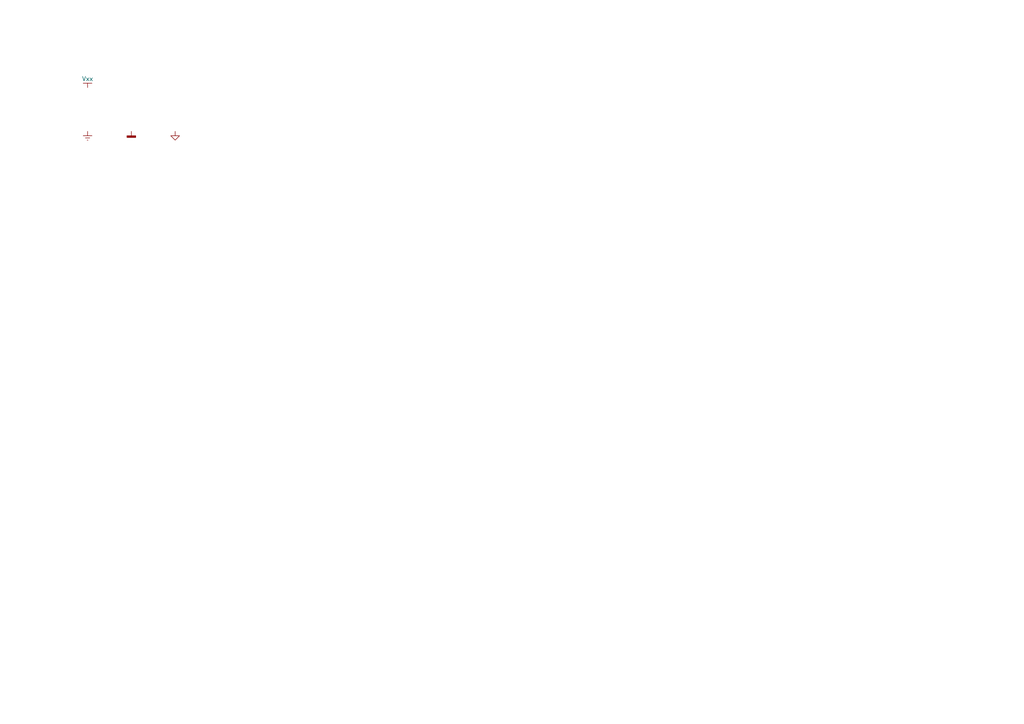
<source format=kicad_sch>
(kicad_sch
	(version 20250114)
	(generator "eeschema")
	(generator_version "9.0")
	(uuid "e63e39d7-6ac0-4ffd-8aa3-1841a4541b55")
	(paper "A4")
	(title_block
		(title "Power symbols")
		(date "2025-05-24")
		(rev "1")
		(comment 1 "-")
		(comment 2 "-")
	)
	(lib_symbols
		(symbol "lily_symbols:Earth"
			(power)
			(pin_numbers
				(hide yes)
			)
			(pin_names
				(offset 0)
				(hide yes)
			)
			(exclude_from_sim no)
			(in_bom yes)
			(on_board yes)
			(property "Reference" "#PWR"
				(at 0 -10.16 0)
				(effects
					(font
						(size 1.27 1.27)
					)
					(hide yes)
				)
			)
			(property "Value" "Earth"
				(at 0 -7.62 0)
				(effects
					(font
						(size 1.27 1.27)
					)
					(hide yes)
				)
			)
			(property "Footprint" ""
				(at 0 0 0)
				(effects
					(font
						(size 1.27 1.27)
					)
					(hide yes)
				)
			)
			(property "Datasheet" ""
				(at 0 0 0)
				(effects
					(font
						(size 1.27 1.27)
					)
					(hide yes)
				)
			)
			(property "Description" ""
				(at 0 0 0)
				(effects
					(font
						(size 1.27 1.27)
					)
					(hide yes)
				)
			)
			(property "Revision" "1"
				(at 0 -5.08 0)
				(effects
					(font
						(size 1.27 1.27)
					)
					(hide yes)
				)
			)
			(symbol "Earth_0_1"
				(polyline
					(pts
						(xy -0.635 -1.905) (xy 0.635 -1.905)
					)
					(stroke
						(width 0)
						(type default)
					)
					(fill
						(type none)
					)
				)
				(polyline
					(pts
						(xy -0.127 -2.54) (xy 0.127 -2.54)
					)
					(stroke
						(width 0)
						(type default)
					)
					(fill
						(type none)
					)
				)
				(polyline
					(pts
						(xy 1.27 -1.27) (xy -1.27 -1.27)
					)
					(stroke
						(width 0)
						(type default)
					)
					(fill
						(type none)
					)
				)
			)
			(symbol "Earth_1_1"
				(pin power_in line
					(at 0 0 270)
					(length 1.27)
					(name "~"
						(effects
							(font
								(size 1.27 1.27)
							)
						)
					)
					(number "1"
						(effects
							(font
								(size 1.27 1.27)
							)
						)
					)
				)
			)
			(embedded_fonts no)
		)
		(symbol "lily_symbols:GND"
			(power)
			(pin_numbers
				(hide yes)
			)
			(pin_names
				(offset 0)
				(hide yes)
			)
			(exclude_from_sim no)
			(in_bom no)
			(on_board yes)
			(property "Reference" "#PWR"
				(at 0 -10.16 0)
				(effects
					(font
						(size 1.27 1.27)
					)
					(hide yes)
				)
			)
			(property "Value" "GND"
				(at 0 -7.62 0)
				(effects
					(font
						(size 1.27 1.27)
					)
					(hide yes)
				)
			)
			(property "Footprint" ""
				(at 0 0 0)
				(effects
					(font
						(size 1.27 1.27)
					)
					(hide yes)
				)
			)
			(property "Datasheet" ""
				(at 0 0 0)
				(effects
					(font
						(size 1.27 1.27)
					)
					(hide yes)
				)
			)
			(property "Description" ""
				(at 0 0 0)
				(effects
					(font
						(size 1.27 1.27)
					)
					(hide yes)
				)
			)
			(property "Revision" "1"
				(at 0 -5.08 0)
				(effects
					(font
						(size 1.27 1.27)
					)
					(hide yes)
				)
			)
			(symbol "GND_1_1"
				(rectangle
					(start -1.27 -1.27)
					(end 1.27 -1.778)
					(stroke
						(width 0)
						(type default)
					)
					(fill
						(type outline)
					)
				)
				(pin power_in line
					(at 0 0 270)
					(length 1.27)
					(name "GND"
						(effects
							(font
								(size 1.27 1.27)
							)
						)
					)
					(number "1"
						(effects
							(font
								(size 1.27 1.27)
							)
						)
					)
				)
			)
			(embedded_fonts no)
		)
		(symbol "lily_symbols:GNDA"
			(power)
			(pin_numbers
				(hide yes)
			)
			(pin_names
				(offset 0)
				(hide yes)
			)
			(exclude_from_sim no)
			(in_bom no)
			(on_board yes)
			(property "Reference" "#PWR"
				(at 0 -10.16 0)
				(effects
					(font
						(size 1.27 1.27)
					)
					(hide yes)
				)
			)
			(property "Value" "GNDA"
				(at 0 -7.62 0)
				(effects
					(font
						(size 1.27 1.27)
					)
					(hide yes)
				)
			)
			(property "Footprint" ""
				(at 0 0 0)
				(effects
					(font
						(size 1.27 1.27)
					)
					(hide yes)
				)
			)
			(property "Datasheet" ""
				(at 0 0 0)
				(effects
					(font
						(size 1.27 1.27)
					)
					(hide yes)
				)
			)
			(property "Description" ""
				(at 0 0 0)
				(effects
					(font
						(size 1.27 1.27)
					)
					(hide yes)
				)
			)
			(property "Revision" "1"
				(at 0 -5.08 0)
				(effects
					(font
						(size 1.27 1.27)
					)
					(hide yes)
				)
			)
			(symbol "GNDA_0_1"
				(polyline
					(pts
						(xy 0 -1.27) (xy 0 -1.27) (xy 1.27 -1.27) (xy 0 -2.54) (xy -1.27 -1.27) (xy 0 -1.27)
					)
					(stroke
						(width 0)
						(type default)
					)
					(fill
						(type none)
					)
				)
			)
			(symbol "GNDA_1_1"
				(pin power_in line
					(at 0 0 270)
					(length 1.27)
					(name "~"
						(effects
							(font
								(size 1.27 1.27)
							)
						)
					)
					(number "1"
						(effects
							(font
								(size 1.27 1.27)
							)
						)
					)
				)
			)
			(embedded_fonts no)
		)
		(symbol "lily_symbols:Vxx"
			(power)
			(pin_numbers
				(hide yes)
			)
			(pin_names
				(offset 0)
				(hide yes)
			)
			(exclude_from_sim no)
			(in_bom no)
			(on_board yes)
			(property "Reference" "#PWR"
				(at 0 -15.24 0)
				(effects
					(font
						(size 1.27 1.27)
					)
					(hide yes)
				)
			)
			(property "Value" "Vxx"
				(at 0 2.54 0)
				(effects
					(font
						(size 1.27 1.27)
					)
				)
			)
			(property "Footprint" ""
				(at 0 0 0)
				(effects
					(font
						(size 1.27 1.27)
					)
					(hide yes)
				)
			)
			(property "Datasheet" ""
				(at 0 0 0)
				(effects
					(font
						(size 1.27 1.27)
					)
					(hide yes)
				)
			)
			(property "Description" ""
				(at 0 0 0)
				(effects
					(font
						(size 1.27 1.27)
					)
					(hide yes)
				)
			)
			(property "Revision" "1"
				(at 0 -12.7 0)
				(effects
					(font
						(size 1.27 1.27)
					)
					(hide yes)
				)
			)
			(symbol "Vxx_0_1"
				(polyline
					(pts
						(xy -1.27 1.27) (xy 1.27 1.27)
					)
					(stroke
						(width 0)
						(type default)
					)
					(fill
						(type none)
					)
				)
			)
			(symbol "Vxx_1_1"
				(pin power_in line
					(at 0 0 90)
					(length 1.27)
					(name "GND"
						(effects
							(font
								(size 1.27 1.27)
							)
						)
					)
					(number "1"
						(effects
							(font
								(size 1.27 1.27)
							)
						)
					)
				)
			)
			(embedded_fonts no)
		)
	)
	(symbol
		(lib_id "lily_symbols:Earth")
		(at 25.4 38.1 0)
		(unit 1)
		(exclude_from_sim no)
		(in_bom yes)
		(on_board yes)
		(dnp no)
		(uuid "4e240f65-66bc-49b6-a48c-b6475abcf29d")
		(property "Reference" "#PWR01002"
			(at 25.4 48.26 0)
			(effects
				(font
					(size 1.27 1.27)
				)
				(hide yes)
			)
		)
		(property "Value" "Earth"
			(at 25.4 45.72 0)
			(effects
				(font
					(size 1.27 1.27)
				)
				(hide yes)
			)
		)
		(property "Footprint" ""
			(at 25.4 38.1 0)
			(effects
				(font
					(size 1.27 1.27)
				)
				(hide yes)
			)
		)
		(property "Datasheet" ""
			(at 25.4 38.1 0)
			(effects
				(font
					(size 1.27 1.27)
				)
				(hide yes)
			)
		)
		(property "Description" ""
			(at 25.4 38.1 0)
			(effects
				(font
					(size 1.27 1.27)
				)
				(hide yes)
			)
		)
		(property "Revision" "1"
			(at 25.4 43.18 0)
			(effects
				(font
					(size 1.27 1.27)
				)
				(hide yes)
			)
		)
		(pin "1"
			(uuid "5e41f66d-881c-4ef9-bd06-f0088bfc70f0")
		)
		(instances
			(project ""
				(path "/e63e39d7-6ac0-4ffd-8aa3-1841a4541b55"
					(reference "#PWR01002")
					(unit 1)
				)
			)
		)
	)
	(symbol
		(lib_id "lily_symbols:GNDA")
		(at 50.8 38.1 0)
		(unit 1)
		(exclude_from_sim no)
		(in_bom no)
		(on_board yes)
		(dnp no)
		(uuid "a19fe34b-bd2d-4f5a-a7e6-fcc4240fdc9a")
		(property "Reference" "#PWR01004"
			(at 50.8 48.26 0)
			(effects
				(font
					(size 1.27 1.27)
				)
				(hide yes)
			)
		)
		(property "Value" "GNDA"
			(at 50.8 45.72 0)
			(effects
				(font
					(size 1.27 1.27)
				)
				(hide yes)
			)
		)
		(property "Footprint" ""
			(at 50.8 38.1 0)
			(effects
				(font
					(size 1.27 1.27)
				)
				(hide yes)
			)
		)
		(property "Datasheet" ""
			(at 50.8 38.1 0)
			(effects
				(font
					(size 1.27 1.27)
				)
				(hide yes)
			)
		)
		(property "Description" ""
			(at 50.8 38.1 0)
			(effects
				(font
					(size 1.27 1.27)
				)
				(hide yes)
			)
		)
		(property "Revision" "1"
			(at 50.8 43.18 0)
			(effects
				(font
					(size 1.27 1.27)
				)
				(hide yes)
			)
		)
		(pin "1"
			(uuid "a94898db-7669-44b9-8dd5-d72b169bf5d9")
		)
		(instances
			(project ""
				(path "/e63e39d7-6ac0-4ffd-8aa3-1841a4541b55"
					(reference "#PWR01004")
					(unit 1)
				)
			)
		)
	)
	(symbol
		(lib_id "lily_symbols:GND")
		(at 38.1 38.1 0)
		(unit 1)
		(exclude_from_sim no)
		(in_bom no)
		(on_board yes)
		(dnp no)
		(uuid "cde239e3-ecbc-41ac-b14a-9cf8acad89bf")
		(property "Reference" "#PWR01003"
			(at 38.1 48.26 0)
			(effects
				(font
					(size 1.27 1.27)
				)
				(hide yes)
			)
		)
		(property "Value" "GND"
			(at 38.1 45.72 0)
			(effects
				(font
					(size 1.27 1.27)
				)
				(hide yes)
			)
		)
		(property "Footprint" ""
			(at 38.1 38.1 0)
			(effects
				(font
					(size 1.27 1.27)
				)
				(hide yes)
			)
		)
		(property "Datasheet" ""
			(at 38.1 38.1 0)
			(effects
				(font
					(size 1.27 1.27)
				)
				(hide yes)
			)
		)
		(property "Description" ""
			(at 38.1 38.1 0)
			(effects
				(font
					(size 1.27 1.27)
				)
				(hide yes)
			)
		)
		(property "Revision" "1"
			(at 38.1 43.18 0)
			(effects
				(font
					(size 1.27 1.27)
				)
				(hide yes)
			)
		)
		(pin "1"
			(uuid "67092519-fe7f-4421-9455-42e96baaad53")
		)
		(instances
			(project ""
				(path "/e63e39d7-6ac0-4ffd-8aa3-1841a4541b55"
					(reference "#PWR01003")
					(unit 1)
				)
			)
		)
	)
	(symbol
		(lib_id "lily_symbols:Vxx")
		(at 25.4 25.4 0)
		(unit 1)
		(exclude_from_sim no)
		(in_bom no)
		(on_board yes)
		(dnp no)
		(uuid "d8cab40d-839c-4db2-b5dc-524b9cc0be2d")
		(property "Reference" "#PWR01001"
			(at 25.4 40.64 0)
			(effects
				(font
					(size 1.27 1.27)
				)
				(hide yes)
			)
		)
		(property "Value" "Vxx"
			(at 25.4 22.86 0)
			(effects
				(font
					(size 1.27 1.27)
				)
			)
		)
		(property "Footprint" ""
			(at 25.4 25.4 0)
			(effects
				(font
					(size 1.27 1.27)
				)
				(hide yes)
			)
		)
		(property "Datasheet" ""
			(at 25.4 25.4 0)
			(effects
				(font
					(size 1.27 1.27)
				)
				(hide yes)
			)
		)
		(property "Description" ""
			(at 25.4 25.4 0)
			(effects
				(font
					(size 1.27 1.27)
				)
				(hide yes)
			)
		)
		(property "Revision" "1"
			(at 25.4 38.1 0)
			(effects
				(font
					(size 1.27 1.27)
				)
				(hide yes)
			)
		)
		(pin "1"
			(uuid "36068eee-33a9-4f1a-bbe6-be9d904f345a")
		)
		(instances
			(project ""
				(path "/e63e39d7-6ac0-4ffd-8aa3-1841a4541b55"
					(reference "#PWR01001")
					(unit 1)
				)
			)
		)
	)
	(sheet_instances
		(path "/"
			(page "1")
		)
	)
	(embedded_fonts no)
)

</source>
